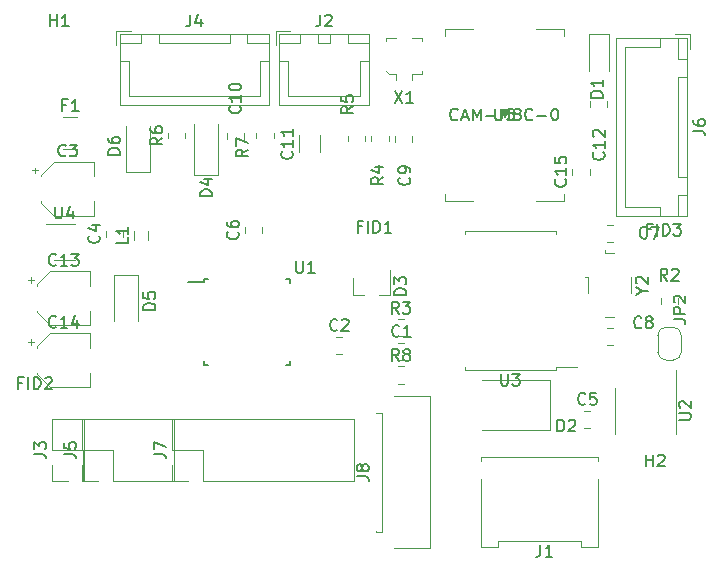
<source format=gbr>
%TF.GenerationSoftware,KiCad,Pcbnew,(5.1.12-1-10_14)*%
%TF.CreationDate,2023-02-08T21:42:28+01:00*%
%TF.ProjectId,SmartDisplay,536d6172-7444-4697-9370-6c61792e6b69,rev?*%
%TF.SameCoordinates,Original*%
%TF.FileFunction,Legend,Top*%
%TF.FilePolarity,Positive*%
%FSLAX46Y46*%
G04 Gerber Fmt 4.6, Leading zero omitted, Abs format (unit mm)*
G04 Created by KiCad (PCBNEW (5.1.12-1-10_14)) date 2023-02-08 21:42:28*
%MOMM*%
%LPD*%
G01*
G04 APERTURE LIST*
%ADD10C,0.120000*%
%ADD11C,0.150000*%
G04 APERTURE END LIST*
D10*
%TO.C,D6*%
X136500000Y-89520000D02*
X138500000Y-89520000D01*
X138500000Y-89520000D02*
X138500000Y-85620000D01*
X136500000Y-89520000D02*
X136500000Y-85620000D01*
%TO.C,D5*%
X137500000Y-98170000D02*
X135500000Y-98170000D01*
X135500000Y-98170000D02*
X135500000Y-102070000D01*
X137500000Y-98170000D02*
X137500000Y-102070000D01*
%TO.C,C11*%
X151090000Y-87818752D02*
X151090000Y-86396248D01*
X152910000Y-87818752D02*
X152910000Y-86396248D01*
%TO.C,D3*%
X155670000Y-99930000D02*
X155670000Y-98470000D01*
X158830000Y-99930000D02*
X158830000Y-97770000D01*
X158830000Y-99930000D02*
X157900000Y-99930000D01*
X155670000Y-99930000D02*
X156600000Y-99930000D01*
%TO.C,X1*%
X160725000Y-81170000D02*
X160725000Y-81670000D01*
X159325000Y-81170000D02*
X159325000Y-81670000D01*
X159325000Y-81170000D02*
X158725000Y-81170000D01*
X158725000Y-81170000D02*
X158525000Y-80970000D01*
X161525000Y-80970000D02*
X161525000Y-81170000D01*
X161525000Y-81170000D02*
X160725000Y-81170000D01*
X160725000Y-78170000D02*
X161525000Y-78170000D01*
X161525000Y-78170000D02*
X161525000Y-78370000D01*
X158525000Y-78370000D02*
X158525000Y-78170000D01*
X158525000Y-78170000D02*
X159325000Y-78170000D01*
%TO.C,U5*%
X171161469Y-91972500D02*
X173529200Y-91972500D01*
X163470800Y-91330735D02*
X163470800Y-91972500D01*
X163470800Y-77367500D02*
X163470800Y-78009265D01*
X173529200Y-77367500D02*
X171161469Y-77367500D01*
X173529200Y-91972500D02*
X173529200Y-91330735D01*
X163470800Y-91972500D02*
X165838531Y-91972500D01*
X165838531Y-77367500D02*
X163470800Y-77367500D01*
X173529200Y-78009265D02*
X173529200Y-77367500D01*
%TO.C,C15*%
X175735000Y-89718752D02*
X175735000Y-89196248D01*
X174265000Y-89718752D02*
X174265000Y-89196248D01*
%TO.C,U4*%
X132130000Y-93910000D02*
X129700000Y-93910000D01*
X130370000Y-96980000D02*
X132130000Y-96980000D01*
%TO.C,J8*%
X157670000Y-109905000D02*
X157670000Y-109925000D01*
X158170000Y-109905000D02*
X157670000Y-109905000D01*
X158170000Y-119935000D02*
X158170000Y-109905000D01*
X157670000Y-119935000D02*
X158170000Y-119935000D01*
X157670000Y-119915000D02*
X157670000Y-119935000D01*
X162260000Y-108485000D02*
X159185000Y-108485000D01*
X162260000Y-121355000D02*
X162260000Y-108485000D01*
X159185000Y-121355000D02*
X162260000Y-121355000D01*
%TO.C,L1*%
X137190000Y-95257122D02*
X137190000Y-94457878D01*
X138310000Y-95257122D02*
X138310000Y-94457878D01*
%TO.C,C14*%
X133460000Y-107680000D02*
X133460000Y-106480000D01*
X133460000Y-103160000D02*
X133460000Y-104360000D01*
X130004437Y-103160000D02*
X133460000Y-103160000D01*
X130004437Y-107680000D02*
X133460000Y-107680000D01*
X128940000Y-106615563D02*
X128940000Y-106480000D01*
X128940000Y-104224437D02*
X128940000Y-104360000D01*
X128940000Y-104224437D02*
X130004437Y-103160000D01*
X128940000Y-106615563D02*
X130004437Y-107680000D01*
X128200000Y-103860000D02*
X128700000Y-103860000D01*
X128450000Y-103610000D02*
X128450000Y-104110000D01*
%TO.C,C13*%
X133460000Y-102430000D02*
X133460000Y-101230000D01*
X133460000Y-97910000D02*
X133460000Y-99110000D01*
X130004437Y-97910000D02*
X133460000Y-97910000D01*
X130004437Y-102430000D02*
X133460000Y-102430000D01*
X128940000Y-101365563D02*
X128940000Y-101230000D01*
X128940000Y-98974437D02*
X128940000Y-99110000D01*
X128940000Y-98974437D02*
X130004437Y-97910000D01*
X128940000Y-101365563D02*
X130004437Y-102430000D01*
X128200000Y-98610000D02*
X128700000Y-98610000D01*
X128450000Y-98360000D02*
X128450000Y-98860000D01*
%TO.C,C4*%
X134765000Y-94968752D02*
X134765000Y-94446248D01*
X136235000Y-94968752D02*
X136235000Y-94446248D01*
%TO.C,C3*%
X133810000Y-93180000D02*
X133810000Y-91980000D01*
X133810000Y-88660000D02*
X133810000Y-89860000D01*
X130354437Y-88660000D02*
X133810000Y-88660000D01*
X130354437Y-93180000D02*
X133810000Y-93180000D01*
X129290000Y-92115563D02*
X129290000Y-91980000D01*
X129290000Y-89724437D02*
X129290000Y-89860000D01*
X129290000Y-89724437D02*
X130354437Y-88660000D01*
X129290000Y-92115563D02*
X130354437Y-93180000D01*
X128550000Y-89360000D02*
X129050000Y-89360000D01*
X128800000Y-89110000D02*
X128800000Y-89610000D01*
%TO.C,J4*%
X135650000Y-77514000D02*
X135650000Y-78764000D01*
X136900000Y-77514000D02*
X135650000Y-77514000D01*
X147800000Y-83014000D02*
X142250000Y-83014000D01*
X147800000Y-80064000D02*
X147800000Y-83014000D01*
X148550000Y-80064000D02*
X147800000Y-80064000D01*
X136700000Y-83014000D02*
X142250000Y-83014000D01*
X136700000Y-80064000D02*
X136700000Y-83014000D01*
X135950000Y-80064000D02*
X136700000Y-80064000D01*
X148550000Y-77814000D02*
X146750000Y-77814000D01*
X148550000Y-78564000D02*
X148550000Y-77814000D01*
X146750000Y-78564000D02*
X148550000Y-78564000D01*
X146750000Y-77814000D02*
X146750000Y-78564000D01*
X137750000Y-77814000D02*
X135950000Y-77814000D01*
X137750000Y-78564000D02*
X137750000Y-77814000D01*
X135950000Y-78564000D02*
X137750000Y-78564000D01*
X135950000Y-77814000D02*
X135950000Y-78564000D01*
X145250000Y-77814000D02*
X139250000Y-77814000D01*
X145250000Y-78564000D02*
X145250000Y-77814000D01*
X139250000Y-78564000D02*
X145250000Y-78564000D01*
X139250000Y-77814000D02*
X139250000Y-78564000D01*
X148560000Y-77804000D02*
X135940000Y-77804000D01*
X148560000Y-83774000D02*
X148560000Y-77804000D01*
X135940000Y-83774000D02*
X148560000Y-83774000D01*
X135940000Y-77804000D02*
X135940000Y-83774000D01*
%TO.C,J2*%
X149150000Y-77514000D02*
X149150000Y-78764000D01*
X150400000Y-77514000D02*
X149150000Y-77514000D01*
X156300000Y-83014000D02*
X153250000Y-83014000D01*
X156300000Y-80064000D02*
X156300000Y-83014000D01*
X157050000Y-80064000D02*
X156300000Y-80064000D01*
X150200000Y-83014000D02*
X153250000Y-83014000D01*
X150200000Y-80064000D02*
X150200000Y-83014000D01*
X149450000Y-80064000D02*
X150200000Y-80064000D01*
X157050000Y-77814000D02*
X155250000Y-77814000D01*
X157050000Y-78564000D02*
X157050000Y-77814000D01*
X155250000Y-78564000D02*
X157050000Y-78564000D01*
X155250000Y-77814000D02*
X155250000Y-78564000D01*
X151250000Y-77814000D02*
X149450000Y-77814000D01*
X151250000Y-78564000D02*
X151250000Y-77814000D01*
X149450000Y-78564000D02*
X151250000Y-78564000D01*
X149450000Y-77814000D02*
X149450000Y-78564000D01*
X153750000Y-77814000D02*
X152750000Y-77814000D01*
X153750000Y-78564000D02*
X153750000Y-77814000D01*
X152750000Y-78564000D02*
X153750000Y-78564000D01*
X152750000Y-77814000D02*
X152750000Y-78564000D01*
X157060000Y-77804000D02*
X149440000Y-77804000D01*
X157060000Y-83774000D02*
X157060000Y-77804000D01*
X149440000Y-83774000D02*
X157060000Y-83774000D01*
X149440000Y-77804000D02*
X149440000Y-83774000D01*
%TO.C,J6*%
X184250000Y-77820000D02*
X183000000Y-77820000D01*
X184250000Y-79070000D02*
X184250000Y-77820000D01*
X178750000Y-92470000D02*
X178750000Y-85670000D01*
X181700000Y-92470000D02*
X178750000Y-92470000D01*
X181700000Y-93220000D02*
X181700000Y-92470000D01*
X178750000Y-78870000D02*
X178750000Y-85670000D01*
X181700000Y-78870000D02*
X178750000Y-78870000D01*
X181700000Y-78120000D02*
X181700000Y-78870000D01*
X183950000Y-93220000D02*
X183950000Y-91420000D01*
X183200000Y-93220000D02*
X183950000Y-93220000D01*
X183200000Y-91420000D02*
X183200000Y-93220000D01*
X183950000Y-91420000D02*
X183200000Y-91420000D01*
X183950000Y-79920000D02*
X183950000Y-78120000D01*
X183200000Y-79920000D02*
X183950000Y-79920000D01*
X183200000Y-78120000D02*
X183200000Y-79920000D01*
X183950000Y-78120000D02*
X183200000Y-78120000D01*
X183950000Y-89920000D02*
X183950000Y-81420000D01*
X183200000Y-89920000D02*
X183950000Y-89920000D01*
X183200000Y-81420000D02*
X183200000Y-89920000D01*
X183950000Y-81420000D02*
X183200000Y-81420000D01*
X183960000Y-93230000D02*
X183960000Y-78110000D01*
X177990000Y-93230000D02*
X183960000Y-93230000D01*
X177990000Y-78110000D02*
X177990000Y-93230000D01*
X183960000Y-78110000D02*
X177990000Y-78110000D01*
%TO.C,F1*%
X131160436Y-84810000D02*
X132364564Y-84810000D01*
X131160436Y-87530000D02*
X132364564Y-87530000D01*
%TO.C,U3*%
X169000000Y-94515000D02*
X165140000Y-94515000D01*
X165140000Y-94515000D02*
X165140000Y-94760000D01*
X169000000Y-94515000D02*
X172860000Y-94515000D01*
X172860000Y-94515000D02*
X172860000Y-94760000D01*
X169000000Y-106285000D02*
X165140000Y-106285000D01*
X165140000Y-106285000D02*
X165140000Y-106040000D01*
X169000000Y-106285000D02*
X172860000Y-106285000D01*
X172860000Y-106285000D02*
X172860000Y-106040000D01*
X172860000Y-106040000D02*
X174675000Y-106040000D01*
%TO.C,R8*%
X159522936Y-105935000D02*
X159977064Y-105935000D01*
X159522936Y-107405000D02*
X159977064Y-107405000D01*
%TO.C,R7*%
X147515000Y-86647064D02*
X147515000Y-86192936D01*
X148985000Y-86647064D02*
X148985000Y-86192936D01*
%TO.C,R6*%
X140015000Y-86647064D02*
X140015000Y-86192936D01*
X141485000Y-86647064D02*
X141485000Y-86192936D01*
%TO.C,R5*%
X156735000Y-86442936D02*
X156735000Y-86897064D01*
X155265000Y-86442936D02*
X155265000Y-86897064D01*
%TO.C,R4*%
X158735000Y-86442936D02*
X158735000Y-86897064D01*
X157265000Y-86442936D02*
X157265000Y-86897064D01*
%TO.C,R3*%
X159522936Y-101935000D02*
X159977064Y-101935000D01*
X159522936Y-103405000D02*
X159977064Y-103405000D01*
%TO.C,R2*%
X181765000Y-100647064D02*
X181765000Y-100192936D01*
X183235000Y-100647064D02*
X183235000Y-100192936D01*
%TO.C,C12*%
X175765000Y-83968752D02*
X175765000Y-83446248D01*
X177235000Y-83968752D02*
X177235000Y-83446248D01*
%TO.C,C9*%
X159265000Y-86968752D02*
X159265000Y-86446248D01*
X160735000Y-86968752D02*
X160735000Y-86446248D01*
%TO.C,C8*%
X177723752Y-104155000D02*
X177201248Y-104155000D01*
X177723752Y-102685000D02*
X177201248Y-102685000D01*
%TO.C,C7*%
X177201248Y-93935000D02*
X177723752Y-93935000D01*
X177201248Y-95405000D02*
X177723752Y-95405000D01*
%TO.C,C6*%
X146515000Y-94643752D02*
X146515000Y-94121248D01*
X147985000Y-94643752D02*
X147985000Y-94121248D01*
%TO.C,C5*%
X175276248Y-109685000D02*
X175798752Y-109685000D01*
X175276248Y-111155000D02*
X175798752Y-111155000D01*
%TO.C,C2*%
X154276248Y-103435000D02*
X154798752Y-103435000D01*
X154276248Y-104905000D02*
X154798752Y-104905000D01*
%TO.C,C1*%
X159526248Y-103935000D02*
X160048752Y-103935000D01*
X159526248Y-105405000D02*
X160048752Y-105405000D01*
D11*
%TO.C,U1*%
X143125000Y-98770000D02*
X141700000Y-98770000D01*
X150375000Y-98545000D02*
X150050000Y-98545000D01*
X150375000Y-105795000D02*
X150050000Y-105795000D01*
X143125000Y-105795000D02*
X143450000Y-105795000D01*
X143125000Y-98545000D02*
X143450000Y-98545000D01*
X143125000Y-105795000D02*
X143125000Y-105470000D01*
X150375000Y-105795000D02*
X150375000Y-105470000D01*
X150375000Y-98545000D02*
X150375000Y-98870000D01*
X143125000Y-98545000D02*
X143125000Y-98770000D01*
D10*
%TO.C,J5*%
X140522000Y-115630000D02*
X140522000Y-110430000D01*
X135382000Y-115630000D02*
X140522000Y-115630000D01*
X132782000Y-110430000D02*
X140522000Y-110430000D01*
X135382000Y-115630000D02*
X135382000Y-113030000D01*
X135382000Y-113030000D02*
X132782000Y-113030000D01*
X132782000Y-113030000D02*
X132782000Y-110430000D01*
X134112000Y-115630000D02*
X132782000Y-115630000D01*
X132782000Y-115630000D02*
X132782000Y-114300000D01*
%TO.C,J3*%
X132902000Y-115630000D02*
X132902000Y-110430000D01*
X132842000Y-115630000D02*
X132902000Y-115630000D01*
X130242000Y-110430000D02*
X132902000Y-110430000D01*
X132842000Y-115630000D02*
X132842000Y-113030000D01*
X132842000Y-113030000D02*
X130242000Y-113030000D01*
X130242000Y-113030000D02*
X130242000Y-110430000D01*
X131572000Y-115630000D02*
X130242000Y-115630000D01*
X130242000Y-115630000D02*
X130242000Y-114300000D01*
%TO.C,J7*%
X155762000Y-115630000D02*
X155762000Y-110430000D01*
X143002000Y-115630000D02*
X155762000Y-115630000D01*
X140402000Y-110430000D02*
X155762000Y-110430000D01*
X143002000Y-115630000D02*
X143002000Y-113030000D01*
X143002000Y-113030000D02*
X140402000Y-113030000D01*
X140402000Y-113030000D02*
X140402000Y-110430000D01*
X141732000Y-115630000D02*
X140402000Y-115630000D01*
X140402000Y-115630000D02*
X140402000Y-114300000D01*
%TO.C,D2*%
X172342000Y-111370000D02*
X166642000Y-111370000D01*
X172342000Y-107070000D02*
X166642000Y-107070000D01*
X172342000Y-111370000D02*
X172342000Y-107070000D01*
%TO.C,D1*%
X177350000Y-77770000D02*
X175650000Y-77770000D01*
X175650000Y-77770000D02*
X175650000Y-80920000D01*
X177350000Y-77770000D02*
X177350000Y-80920000D01*
%TO.C,Y2*%
X177000000Y-96070000D02*
X177000000Y-96370000D01*
X177000000Y-96370000D02*
X177800000Y-96370000D01*
X177800000Y-101770000D02*
X177000000Y-101770000D01*
X179200000Y-98370000D02*
X179200000Y-99770000D01*
X175600000Y-99770000D02*
X175600000Y-98370000D01*
X175600000Y-98370000D02*
X175360000Y-98370000D01*
%TO.C,D4*%
X144250000Y-89720000D02*
X144250000Y-85420000D01*
X142250000Y-89720000D02*
X144250000Y-89720000D01*
X142250000Y-85420000D02*
X142250000Y-89720000D01*
%TO.C,C10*%
X146460000Y-86706252D02*
X146460000Y-86183748D01*
X145040000Y-86706252D02*
X145040000Y-86183748D01*
%TO.C,U2*%
X183027000Y-109695000D02*
X183027000Y-106245000D01*
X183027000Y-109695000D02*
X183027000Y-111645000D01*
X177907000Y-109695000D02*
X177907000Y-107745000D01*
X177907000Y-109695000D02*
X177907000Y-111645000D01*
%TO.C,J1*%
X176435000Y-113970000D02*
X176435000Y-113660000D01*
X176435000Y-113660000D02*
X166565000Y-113660000D01*
X166565000Y-113660000D02*
X166565000Y-113970000D01*
X176435000Y-115490000D02*
X176435000Y-121250000D01*
X176435000Y-121250000D02*
X175015000Y-121250000D01*
X175015000Y-121250000D02*
X175015000Y-120750000D01*
X175015000Y-120750000D02*
X167985000Y-120750000D01*
X167985000Y-120750000D02*
X167985000Y-121250000D01*
X167985000Y-121250000D02*
X166565000Y-121250000D01*
X166565000Y-121250000D02*
X166565000Y-115490000D01*
%TO.C,JP2*%
X183500000Y-103320000D02*
X183500000Y-104720000D01*
X182800000Y-105420000D02*
X182200000Y-105420000D01*
X181500000Y-104720000D02*
X181500000Y-103320000D01*
X182200000Y-102620000D02*
X182800000Y-102620000D01*
X182800000Y-102620000D02*
G75*
G02*
X183500000Y-103320000I0J-700000D01*
G01*
X181500000Y-103320000D02*
G75*
G02*
X182200000Y-102620000I700000J0D01*
G01*
X182200000Y-105420000D02*
G75*
G02*
X181500000Y-104720000I0J700000D01*
G01*
X183500000Y-104720000D02*
G75*
G02*
X182800000Y-105420000I-700000J0D01*
G01*
%TO.C,D6*%
D11*
X135952380Y-88008095D02*
X134952380Y-88008095D01*
X134952380Y-87770000D01*
X135000000Y-87627142D01*
X135095238Y-87531904D01*
X135190476Y-87484285D01*
X135380952Y-87436666D01*
X135523809Y-87436666D01*
X135714285Y-87484285D01*
X135809523Y-87531904D01*
X135904761Y-87627142D01*
X135952380Y-87770000D01*
X135952380Y-88008095D01*
X134952380Y-86579523D02*
X134952380Y-86770000D01*
X135000000Y-86865238D01*
X135047619Y-86912857D01*
X135190476Y-87008095D01*
X135380952Y-87055714D01*
X135761904Y-87055714D01*
X135857142Y-87008095D01*
X135904761Y-86960476D01*
X135952380Y-86865238D01*
X135952380Y-86674761D01*
X135904761Y-86579523D01*
X135857142Y-86531904D01*
X135761904Y-86484285D01*
X135523809Y-86484285D01*
X135428571Y-86531904D01*
X135380952Y-86579523D01*
X135333333Y-86674761D01*
X135333333Y-86865238D01*
X135380952Y-86960476D01*
X135428571Y-87008095D01*
X135523809Y-87055714D01*
%TO.C,D5*%
X138952380Y-101158095D02*
X137952380Y-101158095D01*
X137952380Y-100920000D01*
X138000000Y-100777142D01*
X138095238Y-100681904D01*
X138190476Y-100634285D01*
X138380952Y-100586666D01*
X138523809Y-100586666D01*
X138714285Y-100634285D01*
X138809523Y-100681904D01*
X138904761Y-100777142D01*
X138952380Y-100920000D01*
X138952380Y-101158095D01*
X137952380Y-99681904D02*
X137952380Y-100158095D01*
X138428571Y-100205714D01*
X138380952Y-100158095D01*
X138333333Y-100062857D01*
X138333333Y-99824761D01*
X138380952Y-99729523D01*
X138428571Y-99681904D01*
X138523809Y-99634285D01*
X138761904Y-99634285D01*
X138857142Y-99681904D01*
X138904761Y-99729523D01*
X138952380Y-99824761D01*
X138952380Y-100062857D01*
X138904761Y-100158095D01*
X138857142Y-100205714D01*
%TO.C,C11*%
X150507142Y-87750357D02*
X150554761Y-87797976D01*
X150602380Y-87940833D01*
X150602380Y-88036071D01*
X150554761Y-88178928D01*
X150459523Y-88274166D01*
X150364285Y-88321785D01*
X150173809Y-88369404D01*
X150030952Y-88369404D01*
X149840476Y-88321785D01*
X149745238Y-88274166D01*
X149650000Y-88178928D01*
X149602380Y-88036071D01*
X149602380Y-87940833D01*
X149650000Y-87797976D01*
X149697619Y-87750357D01*
X150602380Y-86797976D02*
X150602380Y-87369404D01*
X150602380Y-87083690D02*
X149602380Y-87083690D01*
X149745238Y-87178928D01*
X149840476Y-87274166D01*
X149888095Y-87369404D01*
X150602380Y-85845595D02*
X150602380Y-86417023D01*
X150602380Y-86131309D02*
X149602380Y-86131309D01*
X149745238Y-86226547D01*
X149840476Y-86321785D01*
X149888095Y-86417023D01*
%TO.C,D3*%
X160202380Y-99908095D02*
X159202380Y-99908095D01*
X159202380Y-99670000D01*
X159250000Y-99527142D01*
X159345238Y-99431904D01*
X159440476Y-99384285D01*
X159630952Y-99336666D01*
X159773809Y-99336666D01*
X159964285Y-99384285D01*
X160059523Y-99431904D01*
X160154761Y-99527142D01*
X160202380Y-99670000D01*
X160202380Y-99908095D01*
X159202380Y-99003333D02*
X159202380Y-98384285D01*
X159583333Y-98717619D01*
X159583333Y-98574761D01*
X159630952Y-98479523D01*
X159678571Y-98431904D01*
X159773809Y-98384285D01*
X160011904Y-98384285D01*
X160107142Y-98431904D01*
X160154761Y-98479523D01*
X160202380Y-98574761D01*
X160202380Y-98860476D01*
X160154761Y-98955714D01*
X160107142Y-99003333D01*
%TO.C,X1*%
X159215476Y-82622380D02*
X159882142Y-83622380D01*
X159882142Y-82622380D02*
X159215476Y-83622380D01*
X160786904Y-83622380D02*
X160215476Y-83622380D01*
X160501190Y-83622380D02*
X160501190Y-82622380D01*
X160405952Y-82765238D01*
X160310714Y-82860476D01*
X160215476Y-82908095D01*
%TO.C,U5*%
X167738095Y-84122380D02*
X167738095Y-84931904D01*
X167785714Y-85027142D01*
X167833333Y-85074761D01*
X167928571Y-85122380D01*
X168119047Y-85122380D01*
X168214285Y-85074761D01*
X168261904Y-85027142D01*
X168309523Y-84931904D01*
X168309523Y-84122380D01*
X169261904Y-84122380D02*
X168785714Y-84122380D01*
X168738095Y-84598571D01*
X168785714Y-84550952D01*
X168880952Y-84503333D01*
X169119047Y-84503333D01*
X169214285Y-84550952D01*
X169261904Y-84598571D01*
X169309523Y-84693809D01*
X169309523Y-84931904D01*
X169261904Y-85027142D01*
X169214285Y-85074761D01*
X169119047Y-85122380D01*
X168880952Y-85122380D01*
X168785714Y-85074761D01*
X168738095Y-85027142D01*
X164547619Y-85027142D02*
X164500000Y-85074761D01*
X164357142Y-85122380D01*
X164261904Y-85122380D01*
X164119047Y-85074761D01*
X164023809Y-84979523D01*
X163976190Y-84884285D01*
X163928571Y-84693809D01*
X163928571Y-84550952D01*
X163976190Y-84360476D01*
X164023809Y-84265238D01*
X164119047Y-84170000D01*
X164261904Y-84122380D01*
X164357142Y-84122380D01*
X164500000Y-84170000D01*
X164547619Y-84217619D01*
X164928571Y-84836666D02*
X165404761Y-84836666D01*
X164833333Y-85122380D02*
X165166666Y-84122380D01*
X165500000Y-85122380D01*
X165833333Y-85122380D02*
X165833333Y-84122380D01*
X166166666Y-84836666D01*
X166500000Y-84122380D01*
X166500000Y-85122380D01*
X166976190Y-84741428D02*
X167738095Y-84741428D01*
X168214285Y-85122380D02*
X168214285Y-84122380D01*
X168547619Y-84836666D01*
X168880952Y-84122380D01*
X168880952Y-85122380D01*
X169500000Y-84550952D02*
X169404761Y-84503333D01*
X169357142Y-84455714D01*
X169309523Y-84360476D01*
X169309523Y-84312857D01*
X169357142Y-84217619D01*
X169404761Y-84170000D01*
X169500000Y-84122380D01*
X169690476Y-84122380D01*
X169785714Y-84170000D01*
X169833333Y-84217619D01*
X169880952Y-84312857D01*
X169880952Y-84360476D01*
X169833333Y-84455714D01*
X169785714Y-84503333D01*
X169690476Y-84550952D01*
X169500000Y-84550952D01*
X169404761Y-84598571D01*
X169357142Y-84646190D01*
X169309523Y-84741428D01*
X169309523Y-84931904D01*
X169357142Y-85027142D01*
X169404761Y-85074761D01*
X169500000Y-85122380D01*
X169690476Y-85122380D01*
X169785714Y-85074761D01*
X169833333Y-85027142D01*
X169880952Y-84931904D01*
X169880952Y-84741428D01*
X169833333Y-84646190D01*
X169785714Y-84598571D01*
X169690476Y-84550952D01*
X170880952Y-85027142D02*
X170833333Y-85074761D01*
X170690476Y-85122380D01*
X170595238Y-85122380D01*
X170452380Y-85074761D01*
X170357142Y-84979523D01*
X170309523Y-84884285D01*
X170261904Y-84693809D01*
X170261904Y-84550952D01*
X170309523Y-84360476D01*
X170357142Y-84265238D01*
X170452380Y-84170000D01*
X170595238Y-84122380D01*
X170690476Y-84122380D01*
X170833333Y-84170000D01*
X170880952Y-84217619D01*
X171309523Y-84741428D02*
X172071428Y-84741428D01*
X172738095Y-84122380D02*
X172833333Y-84122380D01*
X172928571Y-84170000D01*
X172976190Y-84217619D01*
X173023809Y-84312857D01*
X173071428Y-84503333D01*
X173071428Y-84741428D01*
X173023809Y-84931904D01*
X172976190Y-85027142D01*
X172928571Y-85074761D01*
X172833333Y-85122380D01*
X172738095Y-85122380D01*
X172642857Y-85074761D01*
X172595238Y-85027142D01*
X172547619Y-84931904D01*
X172500000Y-84741428D01*
X172500000Y-84503333D01*
X172547619Y-84312857D01*
X172595238Y-84217619D01*
X172642857Y-84170000D01*
X172738095Y-84122380D01*
X168500000Y-84122380D02*
X168500000Y-84360476D01*
X168261904Y-84265238D02*
X168500000Y-84360476D01*
X168738095Y-84265238D01*
X168357142Y-84550952D02*
X168500000Y-84360476D01*
X168642857Y-84550952D01*
%TO.C,H2*%
X180513151Y-114408436D02*
X180513151Y-113408436D01*
X180513151Y-113884627D02*
X181084579Y-113884627D01*
X181084579Y-114408436D02*
X181084579Y-113408436D01*
X181513151Y-113503675D02*
X181560770Y-113456056D01*
X181656008Y-113408436D01*
X181894103Y-113408436D01*
X181989341Y-113456056D01*
X182036960Y-113503675D01*
X182084579Y-113598913D01*
X182084579Y-113694151D01*
X182036960Y-113837008D01*
X181465532Y-114408436D01*
X182084579Y-114408436D01*
%TO.C,C15*%
X173677142Y-90100357D02*
X173724761Y-90147976D01*
X173772380Y-90290833D01*
X173772380Y-90386071D01*
X173724761Y-90528928D01*
X173629523Y-90624166D01*
X173534285Y-90671785D01*
X173343809Y-90719404D01*
X173200952Y-90719404D01*
X173010476Y-90671785D01*
X172915238Y-90624166D01*
X172820000Y-90528928D01*
X172772380Y-90386071D01*
X172772380Y-90290833D01*
X172820000Y-90147976D01*
X172867619Y-90100357D01*
X173772380Y-89147976D02*
X173772380Y-89719404D01*
X173772380Y-89433690D02*
X172772380Y-89433690D01*
X172915238Y-89528928D01*
X173010476Y-89624166D01*
X173058095Y-89719404D01*
X172772380Y-88243214D02*
X172772380Y-88719404D01*
X173248571Y-88767023D01*
X173200952Y-88719404D01*
X173153333Y-88624166D01*
X173153333Y-88386071D01*
X173200952Y-88290833D01*
X173248571Y-88243214D01*
X173343809Y-88195595D01*
X173581904Y-88195595D01*
X173677142Y-88243214D01*
X173724761Y-88290833D01*
X173772380Y-88386071D01*
X173772380Y-88624166D01*
X173724761Y-88719404D01*
X173677142Y-88767023D01*
%TO.C,U4*%
X130488095Y-92422380D02*
X130488095Y-93231904D01*
X130535714Y-93327142D01*
X130583333Y-93374761D01*
X130678571Y-93422380D01*
X130869047Y-93422380D01*
X130964285Y-93374761D01*
X131011904Y-93327142D01*
X131059523Y-93231904D01*
X131059523Y-92422380D01*
X131964285Y-92755714D02*
X131964285Y-93422380D01*
X131726190Y-92374761D02*
X131488095Y-93089047D01*
X132107142Y-93089047D01*
%TO.C,J8*%
X156032380Y-115253333D02*
X156746666Y-115253333D01*
X156889523Y-115300952D01*
X156984761Y-115396190D01*
X157032380Y-115539047D01*
X157032380Y-115634285D01*
X156460952Y-114634285D02*
X156413333Y-114729523D01*
X156365714Y-114777142D01*
X156270476Y-114824761D01*
X156222857Y-114824761D01*
X156127619Y-114777142D01*
X156080000Y-114729523D01*
X156032380Y-114634285D01*
X156032380Y-114443809D01*
X156080000Y-114348571D01*
X156127619Y-114300952D01*
X156222857Y-114253333D01*
X156270476Y-114253333D01*
X156365714Y-114300952D01*
X156413333Y-114348571D01*
X156460952Y-114443809D01*
X156460952Y-114634285D01*
X156508571Y-114729523D01*
X156556190Y-114777142D01*
X156651428Y-114824761D01*
X156841904Y-114824761D01*
X156937142Y-114777142D01*
X156984761Y-114729523D01*
X157032380Y-114634285D01*
X157032380Y-114443809D01*
X156984761Y-114348571D01*
X156937142Y-114300952D01*
X156841904Y-114253333D01*
X156651428Y-114253333D01*
X156556190Y-114300952D01*
X156508571Y-114348571D01*
X156460952Y-114443809D01*
%TO.C,L1*%
X136652380Y-95024166D02*
X136652380Y-95500357D01*
X135652380Y-95500357D01*
X136652380Y-94167023D02*
X136652380Y-94738452D01*
X136652380Y-94452738D02*
X135652380Y-94452738D01*
X135795238Y-94547976D01*
X135890476Y-94643214D01*
X135938095Y-94738452D01*
%TO.C,C14*%
X130557142Y-102577142D02*
X130509523Y-102624761D01*
X130366666Y-102672380D01*
X130271428Y-102672380D01*
X130128571Y-102624761D01*
X130033333Y-102529523D01*
X129985714Y-102434285D01*
X129938095Y-102243809D01*
X129938095Y-102100952D01*
X129985714Y-101910476D01*
X130033333Y-101815238D01*
X130128571Y-101720000D01*
X130271428Y-101672380D01*
X130366666Y-101672380D01*
X130509523Y-101720000D01*
X130557142Y-101767619D01*
X131509523Y-102672380D02*
X130938095Y-102672380D01*
X131223809Y-102672380D02*
X131223809Y-101672380D01*
X131128571Y-101815238D01*
X131033333Y-101910476D01*
X130938095Y-101958095D01*
X132366666Y-102005714D02*
X132366666Y-102672380D01*
X132128571Y-101624761D02*
X131890476Y-102339047D01*
X132509523Y-102339047D01*
%TO.C,C13*%
X130557142Y-97327142D02*
X130509523Y-97374761D01*
X130366666Y-97422380D01*
X130271428Y-97422380D01*
X130128571Y-97374761D01*
X130033333Y-97279523D01*
X129985714Y-97184285D01*
X129938095Y-96993809D01*
X129938095Y-96850952D01*
X129985714Y-96660476D01*
X130033333Y-96565238D01*
X130128571Y-96470000D01*
X130271428Y-96422380D01*
X130366666Y-96422380D01*
X130509523Y-96470000D01*
X130557142Y-96517619D01*
X131509523Y-97422380D02*
X130938095Y-97422380D01*
X131223809Y-97422380D02*
X131223809Y-96422380D01*
X131128571Y-96565238D01*
X131033333Y-96660476D01*
X130938095Y-96708095D01*
X131842857Y-96422380D02*
X132461904Y-96422380D01*
X132128571Y-96803333D01*
X132271428Y-96803333D01*
X132366666Y-96850952D01*
X132414285Y-96898571D01*
X132461904Y-96993809D01*
X132461904Y-97231904D01*
X132414285Y-97327142D01*
X132366666Y-97374761D01*
X132271428Y-97422380D01*
X131985714Y-97422380D01*
X131890476Y-97374761D01*
X131842857Y-97327142D01*
%TO.C,C4*%
X134177142Y-94874166D02*
X134224761Y-94921785D01*
X134272380Y-95064642D01*
X134272380Y-95159880D01*
X134224761Y-95302738D01*
X134129523Y-95397976D01*
X134034285Y-95445595D01*
X133843809Y-95493214D01*
X133700952Y-95493214D01*
X133510476Y-95445595D01*
X133415238Y-95397976D01*
X133320000Y-95302738D01*
X133272380Y-95159880D01*
X133272380Y-95064642D01*
X133320000Y-94921785D01*
X133367619Y-94874166D01*
X133605714Y-94017023D02*
X134272380Y-94017023D01*
X133224761Y-94255119D02*
X133939047Y-94493214D01*
X133939047Y-93874166D01*
%TO.C,C3*%
X131383333Y-88077142D02*
X131335714Y-88124761D01*
X131192857Y-88172380D01*
X131097619Y-88172380D01*
X130954761Y-88124761D01*
X130859523Y-88029523D01*
X130811904Y-87934285D01*
X130764285Y-87743809D01*
X130764285Y-87600952D01*
X130811904Y-87410476D01*
X130859523Y-87315238D01*
X130954761Y-87220000D01*
X131097619Y-87172380D01*
X131192857Y-87172380D01*
X131335714Y-87220000D01*
X131383333Y-87267619D01*
X131716666Y-87172380D02*
X132335714Y-87172380D01*
X132002380Y-87553333D01*
X132145238Y-87553333D01*
X132240476Y-87600952D01*
X132288095Y-87648571D01*
X132335714Y-87743809D01*
X132335714Y-87981904D01*
X132288095Y-88077142D01*
X132240476Y-88124761D01*
X132145238Y-88172380D01*
X131859523Y-88172380D01*
X131764285Y-88124761D01*
X131716666Y-88077142D01*
%TO.C,J4*%
X141916666Y-76166380D02*
X141916666Y-76880666D01*
X141869047Y-77023523D01*
X141773809Y-77118761D01*
X141630952Y-77166380D01*
X141535714Y-77166380D01*
X142821428Y-76499714D02*
X142821428Y-77166380D01*
X142583333Y-76118761D02*
X142345238Y-76833047D01*
X142964285Y-76833047D01*
%TO.C,J2*%
X152916666Y-76166380D02*
X152916666Y-76880666D01*
X152869047Y-77023523D01*
X152773809Y-77118761D01*
X152630952Y-77166380D01*
X152535714Y-77166380D01*
X153345238Y-76261619D02*
X153392857Y-76214000D01*
X153488095Y-76166380D01*
X153726190Y-76166380D01*
X153821428Y-76214000D01*
X153869047Y-76261619D01*
X153916666Y-76356857D01*
X153916666Y-76452095D01*
X153869047Y-76594952D01*
X153297619Y-77166380D01*
X153916666Y-77166380D01*
%TO.C,J6*%
X184502380Y-86003333D02*
X185216666Y-86003333D01*
X185359523Y-86050952D01*
X185454761Y-86146190D01*
X185502380Y-86289047D01*
X185502380Y-86384285D01*
X184502380Y-85098571D02*
X184502380Y-85289047D01*
X184550000Y-85384285D01*
X184597619Y-85431904D01*
X184740476Y-85527142D01*
X184930952Y-85574761D01*
X185311904Y-85574761D01*
X185407142Y-85527142D01*
X185454761Y-85479523D01*
X185502380Y-85384285D01*
X185502380Y-85193809D01*
X185454761Y-85098571D01*
X185407142Y-85050952D01*
X185311904Y-85003333D01*
X185073809Y-85003333D01*
X184978571Y-85050952D01*
X184930952Y-85098571D01*
X184883333Y-85193809D01*
X184883333Y-85384285D01*
X184930952Y-85479523D01*
X184978571Y-85527142D01*
X185073809Y-85574761D01*
%TO.C,FID3*%
X180928571Y-94348571D02*
X180595238Y-94348571D01*
X180595238Y-94872380D02*
X180595238Y-93872380D01*
X181071428Y-93872380D01*
X181452380Y-94872380D02*
X181452380Y-93872380D01*
X181928571Y-94872380D02*
X181928571Y-93872380D01*
X182166666Y-93872380D01*
X182309523Y-93920000D01*
X182404761Y-94015238D01*
X182452380Y-94110476D01*
X182500000Y-94300952D01*
X182500000Y-94443809D01*
X182452380Y-94634285D01*
X182404761Y-94729523D01*
X182309523Y-94824761D01*
X182166666Y-94872380D01*
X181928571Y-94872380D01*
X182833333Y-93872380D02*
X183452380Y-93872380D01*
X183119047Y-94253333D01*
X183261904Y-94253333D01*
X183357142Y-94300952D01*
X183404761Y-94348571D01*
X183452380Y-94443809D01*
X183452380Y-94681904D01*
X183404761Y-94777142D01*
X183357142Y-94824761D01*
X183261904Y-94872380D01*
X182976190Y-94872380D01*
X182880952Y-94824761D01*
X182833333Y-94777142D01*
%TO.C,FID2*%
X127678571Y-107348571D02*
X127345238Y-107348571D01*
X127345238Y-107872380D02*
X127345238Y-106872380D01*
X127821428Y-106872380D01*
X128202380Y-107872380D02*
X128202380Y-106872380D01*
X128678571Y-107872380D02*
X128678571Y-106872380D01*
X128916666Y-106872380D01*
X129059523Y-106920000D01*
X129154761Y-107015238D01*
X129202380Y-107110476D01*
X129250000Y-107300952D01*
X129250000Y-107443809D01*
X129202380Y-107634285D01*
X129154761Y-107729523D01*
X129059523Y-107824761D01*
X128916666Y-107872380D01*
X128678571Y-107872380D01*
X129630952Y-106967619D02*
X129678571Y-106920000D01*
X129773809Y-106872380D01*
X130011904Y-106872380D01*
X130107142Y-106920000D01*
X130154761Y-106967619D01*
X130202380Y-107062857D01*
X130202380Y-107158095D01*
X130154761Y-107300952D01*
X129583333Y-107872380D01*
X130202380Y-107872380D01*
%TO.C,FID1*%
X156428571Y-94098571D02*
X156095238Y-94098571D01*
X156095238Y-94622380D02*
X156095238Y-93622380D01*
X156571428Y-93622380D01*
X156952380Y-94622380D02*
X156952380Y-93622380D01*
X157428571Y-94622380D02*
X157428571Y-93622380D01*
X157666666Y-93622380D01*
X157809523Y-93670000D01*
X157904761Y-93765238D01*
X157952380Y-93860476D01*
X158000000Y-94050952D01*
X158000000Y-94193809D01*
X157952380Y-94384285D01*
X157904761Y-94479523D01*
X157809523Y-94574761D01*
X157666666Y-94622380D01*
X157428571Y-94622380D01*
X158952380Y-94622380D02*
X158380952Y-94622380D01*
X158666666Y-94622380D02*
X158666666Y-93622380D01*
X158571428Y-93765238D01*
X158476190Y-93860476D01*
X158380952Y-93908095D01*
%TO.C,F1*%
X131429166Y-83818571D02*
X131095833Y-83818571D01*
X131095833Y-84342380D02*
X131095833Y-83342380D01*
X131572023Y-83342380D01*
X132476785Y-84342380D02*
X131905357Y-84342380D01*
X132191071Y-84342380D02*
X132191071Y-83342380D01*
X132095833Y-83485238D01*
X132000595Y-83580476D01*
X131905357Y-83628095D01*
%TO.C,U3*%
X168238095Y-106572380D02*
X168238095Y-107381904D01*
X168285714Y-107477142D01*
X168333333Y-107524761D01*
X168428571Y-107572380D01*
X168619047Y-107572380D01*
X168714285Y-107524761D01*
X168761904Y-107477142D01*
X168809523Y-107381904D01*
X168809523Y-106572380D01*
X169190476Y-106572380D02*
X169809523Y-106572380D01*
X169476190Y-106953333D01*
X169619047Y-106953333D01*
X169714285Y-107000952D01*
X169761904Y-107048571D01*
X169809523Y-107143809D01*
X169809523Y-107381904D01*
X169761904Y-107477142D01*
X169714285Y-107524761D01*
X169619047Y-107572380D01*
X169333333Y-107572380D01*
X169238095Y-107524761D01*
X169190476Y-107477142D01*
%TO.C,R8*%
X159583333Y-105472380D02*
X159250000Y-104996190D01*
X159011904Y-105472380D02*
X159011904Y-104472380D01*
X159392857Y-104472380D01*
X159488095Y-104520000D01*
X159535714Y-104567619D01*
X159583333Y-104662857D01*
X159583333Y-104805714D01*
X159535714Y-104900952D01*
X159488095Y-104948571D01*
X159392857Y-104996190D01*
X159011904Y-104996190D01*
X160154761Y-104900952D02*
X160059523Y-104853333D01*
X160011904Y-104805714D01*
X159964285Y-104710476D01*
X159964285Y-104662857D01*
X160011904Y-104567619D01*
X160059523Y-104520000D01*
X160154761Y-104472380D01*
X160345238Y-104472380D01*
X160440476Y-104520000D01*
X160488095Y-104567619D01*
X160535714Y-104662857D01*
X160535714Y-104710476D01*
X160488095Y-104805714D01*
X160440476Y-104853333D01*
X160345238Y-104900952D01*
X160154761Y-104900952D01*
X160059523Y-104948571D01*
X160011904Y-104996190D01*
X159964285Y-105091428D01*
X159964285Y-105281904D01*
X160011904Y-105377142D01*
X160059523Y-105424761D01*
X160154761Y-105472380D01*
X160345238Y-105472380D01*
X160440476Y-105424761D01*
X160488095Y-105377142D01*
X160535714Y-105281904D01*
X160535714Y-105091428D01*
X160488095Y-104996190D01*
X160440476Y-104948571D01*
X160345238Y-104900952D01*
%TO.C,R7*%
X146802380Y-87586666D02*
X146326190Y-87920000D01*
X146802380Y-88158095D02*
X145802380Y-88158095D01*
X145802380Y-87777142D01*
X145850000Y-87681904D01*
X145897619Y-87634285D01*
X145992857Y-87586666D01*
X146135714Y-87586666D01*
X146230952Y-87634285D01*
X146278571Y-87681904D01*
X146326190Y-87777142D01*
X146326190Y-88158095D01*
X145802380Y-87253333D02*
X145802380Y-86586666D01*
X146802380Y-87015238D01*
%TO.C,R6*%
X139552380Y-86586666D02*
X139076190Y-86920000D01*
X139552380Y-87158095D02*
X138552380Y-87158095D01*
X138552380Y-86777142D01*
X138600000Y-86681904D01*
X138647619Y-86634285D01*
X138742857Y-86586666D01*
X138885714Y-86586666D01*
X138980952Y-86634285D01*
X139028571Y-86681904D01*
X139076190Y-86777142D01*
X139076190Y-87158095D01*
X138552380Y-85729523D02*
X138552380Y-85920000D01*
X138600000Y-86015238D01*
X138647619Y-86062857D01*
X138790476Y-86158095D01*
X138980952Y-86205714D01*
X139361904Y-86205714D01*
X139457142Y-86158095D01*
X139504761Y-86110476D01*
X139552380Y-86015238D01*
X139552380Y-85824761D01*
X139504761Y-85729523D01*
X139457142Y-85681904D01*
X139361904Y-85634285D01*
X139123809Y-85634285D01*
X139028571Y-85681904D01*
X138980952Y-85729523D01*
X138933333Y-85824761D01*
X138933333Y-86015238D01*
X138980952Y-86110476D01*
X139028571Y-86158095D01*
X139123809Y-86205714D01*
%TO.C,R5*%
X155707380Y-83931666D02*
X155231190Y-84265000D01*
X155707380Y-84503095D02*
X154707380Y-84503095D01*
X154707380Y-84122142D01*
X154755000Y-84026904D01*
X154802619Y-83979285D01*
X154897857Y-83931666D01*
X155040714Y-83931666D01*
X155135952Y-83979285D01*
X155183571Y-84026904D01*
X155231190Y-84122142D01*
X155231190Y-84503095D01*
X154707380Y-83026904D02*
X154707380Y-83503095D01*
X155183571Y-83550714D01*
X155135952Y-83503095D01*
X155088333Y-83407857D01*
X155088333Y-83169761D01*
X155135952Y-83074523D01*
X155183571Y-83026904D01*
X155278809Y-82979285D01*
X155516904Y-82979285D01*
X155612142Y-83026904D01*
X155659761Y-83074523D01*
X155707380Y-83169761D01*
X155707380Y-83407857D01*
X155659761Y-83503095D01*
X155612142Y-83550714D01*
%TO.C,R4*%
X158262380Y-89931666D02*
X157786190Y-90265000D01*
X158262380Y-90503095D02*
X157262380Y-90503095D01*
X157262380Y-90122142D01*
X157310000Y-90026904D01*
X157357619Y-89979285D01*
X157452857Y-89931666D01*
X157595714Y-89931666D01*
X157690952Y-89979285D01*
X157738571Y-90026904D01*
X157786190Y-90122142D01*
X157786190Y-90503095D01*
X157595714Y-89074523D02*
X158262380Y-89074523D01*
X157214761Y-89312619D02*
X157929047Y-89550714D01*
X157929047Y-88931666D01*
%TO.C,R3*%
X159583333Y-101472380D02*
X159250000Y-100996190D01*
X159011904Y-101472380D02*
X159011904Y-100472380D01*
X159392857Y-100472380D01*
X159488095Y-100520000D01*
X159535714Y-100567619D01*
X159583333Y-100662857D01*
X159583333Y-100805714D01*
X159535714Y-100900952D01*
X159488095Y-100948571D01*
X159392857Y-100996190D01*
X159011904Y-100996190D01*
X159916666Y-100472380D02*
X160535714Y-100472380D01*
X160202380Y-100853333D01*
X160345238Y-100853333D01*
X160440476Y-100900952D01*
X160488095Y-100948571D01*
X160535714Y-101043809D01*
X160535714Y-101281904D01*
X160488095Y-101377142D01*
X160440476Y-101424761D01*
X160345238Y-101472380D01*
X160059523Y-101472380D01*
X159964285Y-101424761D01*
X159916666Y-101377142D01*
%TO.C,R2*%
X182321333Y-98685380D02*
X181988000Y-98209190D01*
X181749904Y-98685380D02*
X181749904Y-97685380D01*
X182130857Y-97685380D01*
X182226095Y-97733000D01*
X182273714Y-97780619D01*
X182321333Y-97875857D01*
X182321333Y-98018714D01*
X182273714Y-98113952D01*
X182226095Y-98161571D01*
X182130857Y-98209190D01*
X181749904Y-98209190D01*
X182702285Y-97780619D02*
X182749904Y-97733000D01*
X182845142Y-97685380D01*
X183083238Y-97685380D01*
X183178476Y-97733000D01*
X183226095Y-97780619D01*
X183273714Y-97875857D01*
X183273714Y-97971095D01*
X183226095Y-98113952D01*
X182654666Y-98685380D01*
X183273714Y-98685380D01*
%TO.C,C12*%
X176902142Y-87831357D02*
X176949761Y-87878976D01*
X176997380Y-88021833D01*
X176997380Y-88117071D01*
X176949761Y-88259928D01*
X176854523Y-88355166D01*
X176759285Y-88402785D01*
X176568809Y-88450404D01*
X176425952Y-88450404D01*
X176235476Y-88402785D01*
X176140238Y-88355166D01*
X176045000Y-88259928D01*
X175997380Y-88117071D01*
X175997380Y-88021833D01*
X176045000Y-87878976D01*
X176092619Y-87831357D01*
X176997380Y-86878976D02*
X176997380Y-87450404D01*
X176997380Y-87164690D02*
X175997380Y-87164690D01*
X176140238Y-87259928D01*
X176235476Y-87355166D01*
X176283095Y-87450404D01*
X176092619Y-86498023D02*
X176045000Y-86450404D01*
X175997380Y-86355166D01*
X175997380Y-86117071D01*
X176045000Y-86021833D01*
X176092619Y-85974214D01*
X176187857Y-85926595D01*
X176283095Y-85926595D01*
X176425952Y-85974214D01*
X176997380Y-86545642D01*
X176997380Y-85926595D01*
%TO.C,C9*%
X160453142Y-89969166D02*
X160500761Y-90016785D01*
X160548380Y-90159642D01*
X160548380Y-90254880D01*
X160500761Y-90397738D01*
X160405523Y-90492976D01*
X160310285Y-90540595D01*
X160119809Y-90588214D01*
X159976952Y-90588214D01*
X159786476Y-90540595D01*
X159691238Y-90492976D01*
X159596000Y-90397738D01*
X159548380Y-90254880D01*
X159548380Y-90159642D01*
X159596000Y-90016785D01*
X159643619Y-89969166D01*
X160548380Y-89492976D02*
X160548380Y-89302500D01*
X160500761Y-89207261D01*
X160453142Y-89159642D01*
X160310285Y-89064404D01*
X160119809Y-89016785D01*
X159738857Y-89016785D01*
X159643619Y-89064404D01*
X159596000Y-89112023D01*
X159548380Y-89207261D01*
X159548380Y-89397738D01*
X159596000Y-89492976D01*
X159643619Y-89540595D01*
X159738857Y-89588214D01*
X159976952Y-89588214D01*
X160072190Y-89540595D01*
X160119809Y-89492976D01*
X160167428Y-89397738D01*
X160167428Y-89207261D01*
X160119809Y-89112023D01*
X160072190Y-89064404D01*
X159976952Y-89016785D01*
%TO.C,C8*%
X180108833Y-102621142D02*
X180061214Y-102668761D01*
X179918357Y-102716380D01*
X179823119Y-102716380D01*
X179680261Y-102668761D01*
X179585023Y-102573523D01*
X179537404Y-102478285D01*
X179489785Y-102287809D01*
X179489785Y-102144952D01*
X179537404Y-101954476D01*
X179585023Y-101859238D01*
X179680261Y-101764000D01*
X179823119Y-101716380D01*
X179918357Y-101716380D01*
X180061214Y-101764000D01*
X180108833Y-101811619D01*
X180680261Y-102144952D02*
X180585023Y-102097333D01*
X180537404Y-102049714D01*
X180489785Y-101954476D01*
X180489785Y-101906857D01*
X180537404Y-101811619D01*
X180585023Y-101764000D01*
X180680261Y-101716380D01*
X180870738Y-101716380D01*
X180965976Y-101764000D01*
X181013595Y-101811619D01*
X181061214Y-101906857D01*
X181061214Y-101954476D01*
X181013595Y-102049714D01*
X180965976Y-102097333D01*
X180870738Y-102144952D01*
X180680261Y-102144952D01*
X180585023Y-102192571D01*
X180537404Y-102240190D01*
X180489785Y-102335428D01*
X180489785Y-102525904D01*
X180537404Y-102621142D01*
X180585023Y-102668761D01*
X180680261Y-102716380D01*
X180870738Y-102716380D01*
X180965976Y-102668761D01*
X181013595Y-102621142D01*
X181061214Y-102525904D01*
X181061214Y-102335428D01*
X181013595Y-102240190D01*
X180965976Y-102192571D01*
X180870738Y-102144952D01*
%TO.C,C7*%
X180595833Y-95027142D02*
X180548214Y-95074761D01*
X180405357Y-95122380D01*
X180310119Y-95122380D01*
X180167261Y-95074761D01*
X180072023Y-94979523D01*
X180024404Y-94884285D01*
X179976785Y-94693809D01*
X179976785Y-94550952D01*
X180024404Y-94360476D01*
X180072023Y-94265238D01*
X180167261Y-94170000D01*
X180310119Y-94122380D01*
X180405357Y-94122380D01*
X180548214Y-94170000D01*
X180595833Y-94217619D01*
X180929166Y-94122380D02*
X181595833Y-94122380D01*
X181167261Y-95122380D01*
%TO.C,C6*%
X145927142Y-94549166D02*
X145974761Y-94596785D01*
X146022380Y-94739642D01*
X146022380Y-94834880D01*
X145974761Y-94977738D01*
X145879523Y-95072976D01*
X145784285Y-95120595D01*
X145593809Y-95168214D01*
X145450952Y-95168214D01*
X145260476Y-95120595D01*
X145165238Y-95072976D01*
X145070000Y-94977738D01*
X145022380Y-94834880D01*
X145022380Y-94739642D01*
X145070000Y-94596785D01*
X145117619Y-94549166D01*
X145022380Y-93692023D02*
X145022380Y-93882500D01*
X145070000Y-93977738D01*
X145117619Y-94025357D01*
X145260476Y-94120595D01*
X145450952Y-94168214D01*
X145831904Y-94168214D01*
X145927142Y-94120595D01*
X145974761Y-94072976D01*
X146022380Y-93977738D01*
X146022380Y-93787261D01*
X145974761Y-93692023D01*
X145927142Y-93644404D01*
X145831904Y-93596785D01*
X145593809Y-93596785D01*
X145498571Y-93644404D01*
X145450952Y-93692023D01*
X145403333Y-93787261D01*
X145403333Y-93977738D01*
X145450952Y-94072976D01*
X145498571Y-94120595D01*
X145593809Y-94168214D01*
%TO.C,C5*%
X175370833Y-109097142D02*
X175323214Y-109144761D01*
X175180357Y-109192380D01*
X175085119Y-109192380D01*
X174942261Y-109144761D01*
X174847023Y-109049523D01*
X174799404Y-108954285D01*
X174751785Y-108763809D01*
X174751785Y-108620952D01*
X174799404Y-108430476D01*
X174847023Y-108335238D01*
X174942261Y-108240000D01*
X175085119Y-108192380D01*
X175180357Y-108192380D01*
X175323214Y-108240000D01*
X175370833Y-108287619D01*
X176275595Y-108192380D02*
X175799404Y-108192380D01*
X175751785Y-108668571D01*
X175799404Y-108620952D01*
X175894642Y-108573333D01*
X176132738Y-108573333D01*
X176227976Y-108620952D01*
X176275595Y-108668571D01*
X176323214Y-108763809D01*
X176323214Y-109001904D01*
X176275595Y-109097142D01*
X176227976Y-109144761D01*
X176132738Y-109192380D01*
X175894642Y-109192380D01*
X175799404Y-109144761D01*
X175751785Y-109097142D01*
%TO.C,C2*%
X154370833Y-102847142D02*
X154323214Y-102894761D01*
X154180357Y-102942380D01*
X154085119Y-102942380D01*
X153942261Y-102894761D01*
X153847023Y-102799523D01*
X153799404Y-102704285D01*
X153751785Y-102513809D01*
X153751785Y-102370952D01*
X153799404Y-102180476D01*
X153847023Y-102085238D01*
X153942261Y-101990000D01*
X154085119Y-101942380D01*
X154180357Y-101942380D01*
X154323214Y-101990000D01*
X154370833Y-102037619D01*
X154751785Y-102037619D02*
X154799404Y-101990000D01*
X154894642Y-101942380D01*
X155132738Y-101942380D01*
X155227976Y-101990000D01*
X155275595Y-102037619D01*
X155323214Y-102132857D01*
X155323214Y-102228095D01*
X155275595Y-102370952D01*
X154704166Y-102942380D01*
X155323214Y-102942380D01*
%TO.C,C1*%
X159620833Y-103347142D02*
X159573214Y-103394761D01*
X159430357Y-103442380D01*
X159335119Y-103442380D01*
X159192261Y-103394761D01*
X159097023Y-103299523D01*
X159049404Y-103204285D01*
X159001785Y-103013809D01*
X159001785Y-102870952D01*
X159049404Y-102680476D01*
X159097023Y-102585238D01*
X159192261Y-102490000D01*
X159335119Y-102442380D01*
X159430357Y-102442380D01*
X159573214Y-102490000D01*
X159620833Y-102537619D01*
X160573214Y-103442380D02*
X160001785Y-103442380D01*
X160287500Y-103442380D02*
X160287500Y-102442380D01*
X160192261Y-102585238D01*
X160097023Y-102680476D01*
X160001785Y-102728095D01*
%TO.C,U1*%
X150888095Y-97022380D02*
X150888095Y-97831904D01*
X150935714Y-97927142D01*
X150983333Y-97974761D01*
X151078571Y-98022380D01*
X151269047Y-98022380D01*
X151364285Y-97974761D01*
X151411904Y-97927142D01*
X151459523Y-97831904D01*
X151459523Y-97022380D01*
X152459523Y-98022380D02*
X151888095Y-98022380D01*
X152173809Y-98022380D02*
X152173809Y-97022380D01*
X152078571Y-97165238D01*
X151983333Y-97260476D01*
X151888095Y-97308095D01*
%TO.C,J5*%
X131234380Y-113363333D02*
X131948666Y-113363333D01*
X132091523Y-113410952D01*
X132186761Y-113506190D01*
X132234380Y-113649047D01*
X132234380Y-113744285D01*
X131234380Y-112410952D02*
X131234380Y-112887142D01*
X131710571Y-112934761D01*
X131662952Y-112887142D01*
X131615333Y-112791904D01*
X131615333Y-112553809D01*
X131662952Y-112458571D01*
X131710571Y-112410952D01*
X131805809Y-112363333D01*
X132043904Y-112363333D01*
X132139142Y-112410952D01*
X132186761Y-112458571D01*
X132234380Y-112553809D01*
X132234380Y-112791904D01*
X132186761Y-112887142D01*
X132139142Y-112934761D01*
%TO.C,J3*%
X128694380Y-113363333D02*
X129408666Y-113363333D01*
X129551523Y-113410952D01*
X129646761Y-113506190D01*
X129694380Y-113649047D01*
X129694380Y-113744285D01*
X128694380Y-112982380D02*
X128694380Y-112363333D01*
X129075333Y-112696666D01*
X129075333Y-112553809D01*
X129122952Y-112458571D01*
X129170571Y-112410952D01*
X129265809Y-112363333D01*
X129503904Y-112363333D01*
X129599142Y-112410952D01*
X129646761Y-112458571D01*
X129694380Y-112553809D01*
X129694380Y-112839523D01*
X129646761Y-112934761D01*
X129599142Y-112982380D01*
%TO.C,J7*%
X138854380Y-113363333D02*
X139568666Y-113363333D01*
X139711523Y-113410952D01*
X139806761Y-113506190D01*
X139854380Y-113649047D01*
X139854380Y-113744285D01*
X138854380Y-112982380D02*
X138854380Y-112315714D01*
X139854380Y-112744285D01*
%TO.C,D2*%
X172997904Y-111450380D02*
X172997904Y-110450380D01*
X173236000Y-110450380D01*
X173378857Y-110498000D01*
X173474095Y-110593238D01*
X173521714Y-110688476D01*
X173569333Y-110878952D01*
X173569333Y-111021809D01*
X173521714Y-111212285D01*
X173474095Y-111307523D01*
X173378857Y-111402761D01*
X173236000Y-111450380D01*
X172997904Y-111450380D01*
X173950285Y-110545619D02*
X173997904Y-110498000D01*
X174093142Y-110450380D01*
X174331238Y-110450380D01*
X174426476Y-110498000D01*
X174474095Y-110545619D01*
X174521714Y-110640857D01*
X174521714Y-110736095D01*
X174474095Y-110878952D01*
X173902666Y-111450380D01*
X174521714Y-111450380D01*
%TO.C,D1*%
X176825380Y-83182095D02*
X175825380Y-83182095D01*
X175825380Y-82944000D01*
X175873000Y-82801142D01*
X175968238Y-82705904D01*
X176063476Y-82658285D01*
X176253952Y-82610666D01*
X176396809Y-82610666D01*
X176587285Y-82658285D01*
X176682523Y-82705904D01*
X176777761Y-82801142D01*
X176825380Y-82944000D01*
X176825380Y-83182095D01*
X176825380Y-81658285D02*
X176825380Y-82229714D01*
X176825380Y-81944000D02*
X175825380Y-81944000D01*
X175968238Y-82039238D01*
X176063476Y-82134476D01*
X176111095Y-82229714D01*
%TO.C,Y2*%
X180176190Y-99546190D02*
X180652380Y-99546190D01*
X179652380Y-99879523D02*
X180176190Y-99546190D01*
X179652380Y-99212857D01*
X179747619Y-98927142D02*
X179700000Y-98879523D01*
X179652380Y-98784285D01*
X179652380Y-98546190D01*
X179700000Y-98450952D01*
X179747619Y-98403333D01*
X179842857Y-98355714D01*
X179938095Y-98355714D01*
X180080952Y-98403333D01*
X180652380Y-98974761D01*
X180652380Y-98355714D01*
%TO.C,D4*%
X143760380Y-91532095D02*
X142760380Y-91532095D01*
X142760380Y-91294000D01*
X142808000Y-91151142D01*
X142903238Y-91055904D01*
X142998476Y-91008285D01*
X143188952Y-90960666D01*
X143331809Y-90960666D01*
X143522285Y-91008285D01*
X143617523Y-91055904D01*
X143712761Y-91151142D01*
X143760380Y-91294000D01*
X143760380Y-91532095D01*
X143093714Y-90103523D02*
X143760380Y-90103523D01*
X142712761Y-90341619D02*
X143427047Y-90579714D01*
X143427047Y-89960666D01*
%TO.C,C10*%
X146107142Y-83912857D02*
X146154761Y-83960476D01*
X146202380Y-84103333D01*
X146202380Y-84198571D01*
X146154761Y-84341428D01*
X146059523Y-84436666D01*
X145964285Y-84484285D01*
X145773809Y-84531904D01*
X145630952Y-84531904D01*
X145440476Y-84484285D01*
X145345238Y-84436666D01*
X145250000Y-84341428D01*
X145202380Y-84198571D01*
X145202380Y-84103333D01*
X145250000Y-83960476D01*
X145297619Y-83912857D01*
X146202380Y-82960476D02*
X146202380Y-83531904D01*
X146202380Y-83246190D02*
X145202380Y-83246190D01*
X145345238Y-83341428D01*
X145440476Y-83436666D01*
X145488095Y-83531904D01*
X145202380Y-82341428D02*
X145202380Y-82246190D01*
X145250000Y-82150952D01*
X145297619Y-82103333D01*
X145392857Y-82055714D01*
X145583333Y-82008095D01*
X145821428Y-82008095D01*
X146011904Y-82055714D01*
X146107142Y-82103333D01*
X146154761Y-82150952D01*
X146202380Y-82246190D01*
X146202380Y-82341428D01*
X146154761Y-82436666D01*
X146107142Y-82484285D01*
X146011904Y-82531904D01*
X145821428Y-82579523D01*
X145583333Y-82579523D01*
X145392857Y-82531904D01*
X145297619Y-82484285D01*
X145250000Y-82436666D01*
X145202380Y-82341428D01*
%TO.C,H1*%
X130048095Y-77151380D02*
X130048095Y-76151380D01*
X130048095Y-76627571D02*
X130619523Y-76627571D01*
X130619523Y-77151380D02*
X130619523Y-76151380D01*
X131619523Y-77151380D02*
X131048095Y-77151380D01*
X131333809Y-77151380D02*
X131333809Y-76151380D01*
X131238571Y-76294238D01*
X131143333Y-76389476D01*
X131048095Y-76437095D01*
%TO.C,U2*%
X183319380Y-110456904D02*
X184128904Y-110456904D01*
X184224142Y-110409285D01*
X184271761Y-110361666D01*
X184319380Y-110266428D01*
X184319380Y-110075952D01*
X184271761Y-109980714D01*
X184224142Y-109933095D01*
X184128904Y-109885476D01*
X183319380Y-109885476D01*
X183414619Y-109456904D02*
X183367000Y-109409285D01*
X183319380Y-109314047D01*
X183319380Y-109075952D01*
X183367000Y-108980714D01*
X183414619Y-108933095D01*
X183509857Y-108885476D01*
X183605095Y-108885476D01*
X183747952Y-108933095D01*
X184319380Y-109504523D01*
X184319380Y-108885476D01*
%TO.C,J1*%
X171571666Y-121043380D02*
X171571666Y-121757666D01*
X171524047Y-121900523D01*
X171428809Y-121995761D01*
X171285952Y-122043380D01*
X171190714Y-122043380D01*
X172571666Y-122043380D02*
X172000238Y-122043380D01*
X172285952Y-122043380D02*
X172285952Y-121043380D01*
X172190714Y-121186238D01*
X172095476Y-121281476D01*
X172000238Y-121329095D01*
%TO.C,JP2*%
X182841380Y-101947333D02*
X183555666Y-101947333D01*
X183698523Y-101994952D01*
X183793761Y-102090190D01*
X183841380Y-102233047D01*
X183841380Y-102328285D01*
X183841380Y-101471142D02*
X182841380Y-101471142D01*
X182841380Y-101090190D01*
X182889000Y-100994952D01*
X182936619Y-100947333D01*
X183031857Y-100899714D01*
X183174714Y-100899714D01*
X183269952Y-100947333D01*
X183317571Y-100994952D01*
X183365190Y-101090190D01*
X183365190Y-101471142D01*
X182936619Y-100518761D02*
X182889000Y-100471142D01*
X182841380Y-100375904D01*
X182841380Y-100137809D01*
X182889000Y-100042571D01*
X182936619Y-99994952D01*
X183031857Y-99947333D01*
X183127095Y-99947333D01*
X183269952Y-99994952D01*
X183841380Y-100566380D01*
X183841380Y-99947333D01*
%TD*%
M02*

</source>
